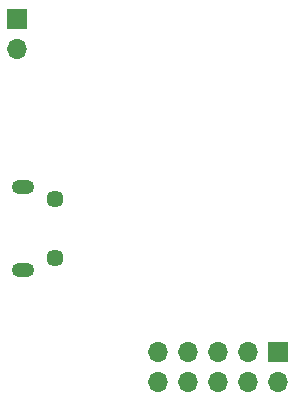
<source format=gbr>
%TF.GenerationSoftware,KiCad,Pcbnew,(5.1.9)-1*%
%TF.CreationDate,2021-05-13T10:13:02+02:00*%
%TF.ProjectId,TFG_LOPEZ_GIMENEZ,5446475f-4c4f-4504-955a-5f47494d454e,rev?*%
%TF.SameCoordinates,Original*%
%TF.FileFunction,Soldermask,Bot*%
%TF.FilePolarity,Negative*%
%FSLAX46Y46*%
G04 Gerber Fmt 4.6, Leading zero omitted, Abs format (unit mm)*
G04 Created by KiCad (PCBNEW (5.1.9)-1) date 2021-05-13 10:13:02*
%MOMM*%
%LPD*%
G01*
G04 APERTURE LIST*
%ADD10O,1.700000X1.700000*%
%ADD11R,1.700000X1.700000*%
%ADD12O,1.900000X1.200000*%
%ADD13C,1.450000*%
G04 APERTURE END LIST*
D10*
%TO.C,J2*%
X28956000Y-50800000D03*
X28956000Y-48260000D03*
X31496000Y-50800000D03*
X31496000Y-48260000D03*
X34036000Y-50800000D03*
X34036000Y-48260000D03*
X36576000Y-50800000D03*
X36576000Y-48260000D03*
X39116000Y-50800000D03*
D11*
X39116000Y-48260000D03*
%TD*%
D12*
%TO.C,J1*%
X17558500Y-41269800D03*
X17558500Y-34269800D03*
D13*
X20258500Y-40269800D03*
X20258500Y-35269800D03*
%TD*%
D11*
%TO.C,BT1*%
X17018000Y-20066000D03*
D10*
X17018000Y-22606000D03*
%TD*%
M02*

</source>
